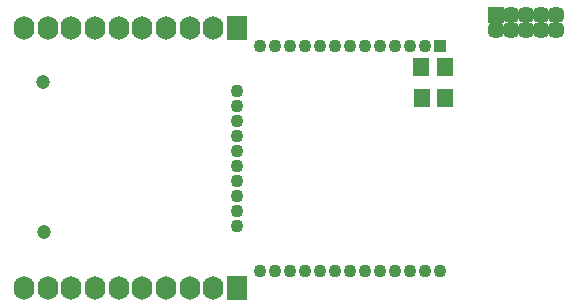
<source format=gbr>
G04 #@! TF.FileFunction,Soldermask,Bot*
%FSLAX46Y46*%
G04 Gerber Fmt 4.6, Leading zero omitted, Abs format (unit mm)*
G04 Created by KiCad (PCBNEW 4.0.2-4+6225~38~ubuntu15.10.1-stable) date søn 17 apr 2016 19:21:06 CEST*
%MOMM*%
G01*
G04 APERTURE LIST*
%ADD10C,0.100000*%
%ADD11R,1.450000X1.450000*%
%ADD12C,1.450000*%
%ADD13R,1.100000X1.100000*%
%ADD14C,1.100000*%
%ADD15R,1.400000X1.650000*%
%ADD16O,1.760000X2.000000*%
%ADD17R,1.760000X2.000000*%
%ADD18C,1.200000*%
G04 APERTURE END LIST*
D10*
D11*
X162560000Y-127430000D03*
D12*
X163830000Y-127430000D03*
X165100000Y-127430000D03*
X166370000Y-127430000D03*
X167640000Y-127430000D03*
X163830000Y-128700000D03*
X165100000Y-128700000D03*
X166370000Y-128700000D03*
X167640000Y-128700000D03*
X162560000Y-128700000D03*
D13*
X157820000Y-130040000D03*
D14*
X156550000Y-130040000D03*
X155280000Y-130040000D03*
X154010000Y-130040000D03*
X152740000Y-130040000D03*
X151470000Y-130040000D03*
X150200000Y-130040000D03*
X148930000Y-130040000D03*
X147660000Y-130040000D03*
X146390000Y-130040000D03*
X145120000Y-130040000D03*
X143850000Y-130040000D03*
X140580000Y-133830000D03*
X152740000Y-149040000D03*
X150200000Y-149040000D03*
X151470000Y-149040000D03*
X148930000Y-149040000D03*
X155280000Y-149040000D03*
X154010000Y-149040000D03*
X156550000Y-149040000D03*
X157820000Y-149040000D03*
X147660000Y-149040000D03*
X143850000Y-149040000D03*
X146390000Y-149040000D03*
X142580000Y-149040000D03*
X145120000Y-149040000D03*
X142580000Y-130040000D03*
X140580000Y-135100000D03*
X140580000Y-136370000D03*
X140580000Y-137640000D03*
X140580000Y-138910000D03*
X140580000Y-140180000D03*
X140580000Y-141450000D03*
X140580000Y-142720000D03*
X140580000Y-143990000D03*
X140580000Y-145260000D03*
D15*
X158221782Y-134411288D03*
X156221782Y-134411288D03*
X158180000Y-131840000D03*
X156180000Y-131840000D03*
D16*
X122575000Y-150500000D03*
X124575000Y-150500000D03*
X126575000Y-150500000D03*
X128575000Y-150500000D03*
X130575000Y-150500000D03*
X132575000Y-150500000D03*
X134575000Y-150500000D03*
X136575000Y-150500000D03*
X138575000Y-150500000D03*
D17*
X140575000Y-150500000D03*
X140575000Y-128500000D03*
D16*
X138575000Y-128500000D03*
X136575000Y-128500000D03*
X134575000Y-128500000D03*
X132575000Y-128500000D03*
X130575000Y-128500000D03*
X128575000Y-128500000D03*
X126575000Y-128500000D03*
X124575000Y-128500000D03*
X122575000Y-128500000D03*
D18*
X124220000Y-145800000D03*
X124150000Y-133070000D03*
M02*

</source>
